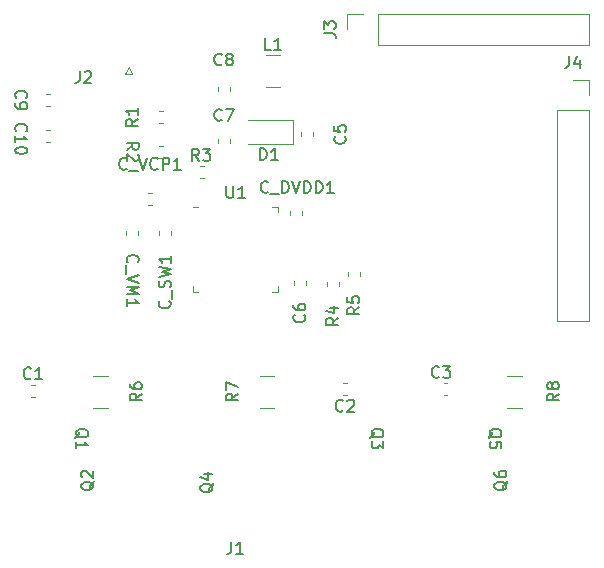
<source format=gbr>
G04 #@! TF.GenerationSoftware,KiCad,Pcbnew,(5.0.2)-1*
G04 #@! TF.CreationDate,2019-09-02T17:49:36+08:00*
G04 #@! TF.ProjectId,actuator,61637475-6174-46f7-922e-6b696361645f,rev?*
G04 #@! TF.SameCoordinates,Original*
G04 #@! TF.FileFunction,Legend,Top*
G04 #@! TF.FilePolarity,Positive*
%FSLAX46Y46*%
G04 Gerber Fmt 4.6, Leading zero omitted, Abs format (unit mm)*
G04 Created by KiCad (PCBNEW (5.0.2)-1) date 9/2/2019 5:49:36 PM*
%MOMM*%
%LPD*%
G01*
G04 APERTURE LIST*
%ADD10C,0.120000*%
%ADD11C,0.150000*%
G04 APERTURE END LIST*
D10*
G04 #@! TO.C,U1*
X133390324Y-67337535D02*
X132915324Y-67337535D01*
X140135324Y-74557535D02*
X140135324Y-74082535D01*
X139660324Y-74557535D02*
X140135324Y-74557535D01*
X132915324Y-74557535D02*
X132915324Y-74082535D01*
X133390324Y-74557535D02*
X132915324Y-74557535D01*
X140135324Y-67337535D02*
X140135324Y-67812535D01*
X139660324Y-67337535D02*
X140135324Y-67337535D01*
G04 #@! TO.C,C5*
X142111000Y-61376779D02*
X142111000Y-61051221D01*
X143131000Y-61376779D02*
X143131000Y-61051221D01*
G04 #@! TO.C,C6*
X141476000Y-73949779D02*
X141476000Y-73624221D01*
X142496000Y-73949779D02*
X142496000Y-73624221D01*
G04 #@! TO.C,C7*
X136042324Y-61951314D02*
X136042324Y-61625756D01*
X135022324Y-61951314D02*
X135022324Y-61625756D01*
G04 #@! TO.C,C8*
X136042324Y-57180756D02*
X136042324Y-57506314D01*
X135022324Y-57180756D02*
X135022324Y-57506314D01*
G04 #@! TO.C,D1*
X141415324Y-62026535D02*
X141415324Y-60026535D01*
X141415324Y-60026535D02*
X137565324Y-60026535D01*
X141415324Y-62026535D02*
X137565324Y-62026535D01*
G04 #@! TO.C,R1*
X130027057Y-59246535D02*
X130369591Y-59246535D01*
X130027057Y-60266535D02*
X130369591Y-60266535D01*
G04 #@! TO.C,R2*
X130383591Y-62167535D02*
X130041057Y-62167535D01*
X130383591Y-63187535D02*
X130041057Y-63187535D01*
G04 #@! TO.C,R3*
X133902267Y-63879000D02*
X133559733Y-63879000D01*
X133902267Y-64899000D02*
X133559733Y-64899000D01*
G04 #@! TO.C,R4*
X145290000Y-74085267D02*
X145290000Y-73742733D01*
X144270000Y-74085267D02*
X144270000Y-73742733D01*
G04 #@! TO.C,R5*
X147068000Y-73196267D02*
X147068000Y-72853733D01*
X146048000Y-73196267D02*
X146048000Y-72853733D01*
G04 #@! TO.C,R6*
X125697064Y-84360000D02*
X124492936Y-84360000D01*
X125697064Y-81640000D02*
X124492936Y-81640000D01*
G04 #@! TO.C,R7*
X138589936Y-84360000D02*
X139794064Y-84360000D01*
X138589936Y-81640000D02*
X139794064Y-81640000D01*
G04 #@! TO.C,R8*
X160749064Y-84360000D02*
X159544936Y-84360000D01*
X160749064Y-81640000D02*
X159544936Y-81640000D01*
G04 #@! TO.C,C9*
X120459531Y-58798797D02*
X120785089Y-58798797D01*
X120459531Y-57778797D02*
X120785089Y-57778797D01*
G04 #@! TO.C,C10*
X120459531Y-60826797D02*
X120785089Y-60826797D01*
X120459531Y-61846797D02*
X120785089Y-61846797D01*
G04 #@! TO.C,J2*
X127180310Y-56118797D02*
X127480310Y-55518797D01*
X127480310Y-55518797D02*
X127780310Y-56118797D01*
X127780310Y-56118797D02*
X127180310Y-56118797D01*
G04 #@! TO.C,C_DVDD1*
X141118324Y-68047314D02*
X141118324Y-67721756D01*
X142138324Y-68047314D02*
X142138324Y-67721756D01*
G04 #@! TO.C,C_SW1*
X130069324Y-69372756D02*
X130069324Y-69698314D01*
X131089324Y-69372756D02*
X131089324Y-69698314D01*
G04 #@! TO.C,C_VCP1*
X129448779Y-66165000D02*
X129123221Y-66165000D01*
X129448779Y-67185000D02*
X129123221Y-67185000D01*
G04 #@! TO.C,C_VM1*
X127275324Y-69698314D02*
X127275324Y-69372756D01*
X128295324Y-69698314D02*
X128295324Y-69372756D01*
G04 #@! TO.C,C1*
X119217221Y-83441000D02*
X119542779Y-83441000D01*
X119217221Y-82421000D02*
X119542779Y-82421000D01*
G04 #@! TO.C,C2*
X145958779Y-83314000D02*
X145633221Y-83314000D01*
X145958779Y-82294000D02*
X145633221Y-82294000D01*
G04 #@! TO.C,C3*
X154142221Y-82294000D02*
X154467779Y-82294000D01*
X154142221Y-83314000D02*
X154467779Y-83314000D01*
G04 #@! TO.C,J3*
X145990000Y-52324000D02*
X145990000Y-50994000D01*
X145990000Y-50994000D02*
X147320000Y-50994000D01*
X148590000Y-50994000D02*
X166430000Y-50994000D01*
X166430000Y-53654000D02*
X166430000Y-50994000D01*
X148590000Y-53654000D02*
X166430000Y-53654000D01*
X148590000Y-53654000D02*
X148590000Y-50994000D01*
G04 #@! TO.C,J4*
X163770000Y-59182000D02*
X166430000Y-59182000D01*
X163770000Y-59182000D02*
X163770000Y-77022000D01*
X163770000Y-77022000D02*
X166430000Y-77022000D01*
X166430000Y-59182000D02*
X166430000Y-77022000D01*
X166430000Y-56582000D02*
X166430000Y-57912000D01*
X165100000Y-56582000D02*
X166430000Y-56582000D01*
G04 #@! TO.C,L1*
X139097936Y-54520000D02*
X140302064Y-54520000D01*
X139097936Y-57240000D02*
X140302064Y-57240000D01*
G04 #@! TO.C,U1*
D11*
X135763419Y-65579915D02*
X135763419Y-66389439D01*
X135811038Y-66484677D01*
X135858657Y-66532296D01*
X135953895Y-66579915D01*
X136144371Y-66579915D01*
X136239609Y-66532296D01*
X136287228Y-66484677D01*
X136334847Y-66389439D01*
X136334847Y-65579915D01*
X137334847Y-66579915D02*
X136763419Y-66579915D01*
X137049133Y-66579915D02*
X137049133Y-65579915D01*
X136953895Y-65722773D01*
X136858657Y-65818011D01*
X136763419Y-65865630D01*
G04 #@! TO.C,J1*
X136172666Y-95707380D02*
X136172666Y-96421666D01*
X136125047Y-96564523D01*
X136029809Y-96659761D01*
X135886952Y-96707380D01*
X135791714Y-96707380D01*
X137172666Y-96707380D02*
X136601238Y-96707380D01*
X136886952Y-96707380D02*
X136886952Y-95707380D01*
X136791714Y-95850238D01*
X136696476Y-95945476D01*
X136601238Y-95993095D01*
G04 #@! TO.C,C5*
X145772142Y-61380666D02*
X145819761Y-61428285D01*
X145867380Y-61571142D01*
X145867380Y-61666380D01*
X145819761Y-61809238D01*
X145724523Y-61904476D01*
X145629285Y-61952095D01*
X145438809Y-61999714D01*
X145295952Y-61999714D01*
X145105476Y-61952095D01*
X145010238Y-61904476D01*
X144915000Y-61809238D01*
X144867380Y-61666380D01*
X144867380Y-61571142D01*
X144915000Y-61428285D01*
X144962619Y-61380666D01*
X144867380Y-60475904D02*
X144867380Y-60952095D01*
X145343571Y-60999714D01*
X145295952Y-60952095D01*
X145248333Y-60856857D01*
X145248333Y-60618761D01*
X145295952Y-60523523D01*
X145343571Y-60475904D01*
X145438809Y-60428285D01*
X145676904Y-60428285D01*
X145772142Y-60475904D01*
X145819761Y-60523523D01*
X145867380Y-60618761D01*
X145867380Y-60856857D01*
X145819761Y-60952095D01*
X145772142Y-60999714D01*
G04 #@! TO.C,C6*
X142343142Y-76493666D02*
X142390761Y-76541285D01*
X142438380Y-76684142D01*
X142438380Y-76779380D01*
X142390761Y-76922238D01*
X142295523Y-77017476D01*
X142200285Y-77065095D01*
X142009809Y-77112714D01*
X141866952Y-77112714D01*
X141676476Y-77065095D01*
X141581238Y-77017476D01*
X141486000Y-76922238D01*
X141438380Y-76779380D01*
X141438380Y-76684142D01*
X141486000Y-76541285D01*
X141533619Y-76493666D01*
X141438380Y-75636523D02*
X141438380Y-75827000D01*
X141486000Y-75922238D01*
X141533619Y-75969857D01*
X141676476Y-76065095D01*
X141866952Y-76112714D01*
X142247904Y-76112714D01*
X142343142Y-76065095D01*
X142390761Y-76017476D01*
X142438380Y-75922238D01*
X142438380Y-75731761D01*
X142390761Y-75636523D01*
X142343142Y-75588904D01*
X142247904Y-75541285D01*
X142009809Y-75541285D01*
X141914571Y-75588904D01*
X141866952Y-75636523D01*
X141819333Y-75731761D01*
X141819333Y-75922238D01*
X141866952Y-76017476D01*
X141914571Y-76065095D01*
X142009809Y-76112714D01*
G04 #@! TO.C,C7*
X135365657Y-59986677D02*
X135318038Y-60034296D01*
X135175181Y-60081915D01*
X135079943Y-60081915D01*
X134937085Y-60034296D01*
X134841847Y-59939058D01*
X134794228Y-59843820D01*
X134746609Y-59653344D01*
X134746609Y-59510487D01*
X134794228Y-59320011D01*
X134841847Y-59224773D01*
X134937085Y-59129535D01*
X135079943Y-59081915D01*
X135175181Y-59081915D01*
X135318038Y-59129535D01*
X135365657Y-59177154D01*
X135698990Y-59081915D02*
X136365657Y-59081915D01*
X135937085Y-60081915D01*
G04 #@! TO.C,C8*
X135365657Y-55287677D02*
X135318038Y-55335296D01*
X135175181Y-55382915D01*
X135079943Y-55382915D01*
X134937085Y-55335296D01*
X134841847Y-55240058D01*
X134794228Y-55144820D01*
X134746609Y-54954344D01*
X134746609Y-54811487D01*
X134794228Y-54621011D01*
X134841847Y-54525773D01*
X134937085Y-54430535D01*
X135079943Y-54382915D01*
X135175181Y-54382915D01*
X135318038Y-54430535D01*
X135365657Y-54478154D01*
X135937085Y-54811487D02*
X135841847Y-54763868D01*
X135794228Y-54716249D01*
X135746609Y-54621011D01*
X135746609Y-54573392D01*
X135794228Y-54478154D01*
X135841847Y-54430535D01*
X135937085Y-54382915D01*
X136127562Y-54382915D01*
X136222800Y-54430535D01*
X136270419Y-54478154D01*
X136318038Y-54573392D01*
X136318038Y-54621011D01*
X136270419Y-54716249D01*
X136222800Y-54763868D01*
X136127562Y-54811487D01*
X135937085Y-54811487D01*
X135841847Y-54859106D01*
X135794228Y-54906725D01*
X135746609Y-55001963D01*
X135746609Y-55192439D01*
X135794228Y-55287677D01*
X135841847Y-55335296D01*
X135937085Y-55382915D01*
X136127562Y-55382915D01*
X136222800Y-55335296D01*
X136270419Y-55287677D01*
X136318038Y-55192439D01*
X136318038Y-55001963D01*
X136270419Y-54906725D01*
X136222800Y-54859106D01*
X136127562Y-54811487D01*
G04 #@! TO.C,D1*
X138604228Y-63383915D02*
X138604228Y-62383915D01*
X138842324Y-62383915D01*
X138985181Y-62431535D01*
X139080419Y-62526773D01*
X139128038Y-62622011D01*
X139175657Y-62812487D01*
X139175657Y-62955344D01*
X139128038Y-63145820D01*
X139080419Y-63241058D01*
X138985181Y-63336296D01*
X138842324Y-63383915D01*
X138604228Y-63383915D01*
X140128038Y-63383915D02*
X139556609Y-63383915D01*
X139842324Y-63383915D02*
X139842324Y-62383915D01*
X139747085Y-62526773D01*
X139651847Y-62622011D01*
X139556609Y-62669630D01*
G04 #@! TO.C,R1*
X128237704Y-59923201D02*
X127761514Y-60256535D01*
X128237704Y-60494630D02*
X127237704Y-60494630D01*
X127237704Y-60113677D01*
X127285324Y-60018439D01*
X127332943Y-59970820D01*
X127428181Y-59923201D01*
X127571038Y-59923201D01*
X127666276Y-59970820D01*
X127713895Y-60018439D01*
X127761514Y-60113677D01*
X127761514Y-60494630D01*
X128237704Y-58970820D02*
X128237704Y-59542249D01*
X128237704Y-59256535D02*
X127237704Y-59256535D01*
X127380562Y-59351773D01*
X127475800Y-59447011D01*
X127523419Y-59542249D01*
G04 #@! TO.C,R2*
X127332943Y-62510868D02*
X127809133Y-62177535D01*
X127332943Y-61939439D02*
X128332943Y-61939439D01*
X128332943Y-62320392D01*
X128285324Y-62415630D01*
X128237704Y-62463249D01*
X128142466Y-62510868D01*
X127999609Y-62510868D01*
X127904371Y-62463249D01*
X127856752Y-62415630D01*
X127809133Y-62320392D01*
X127809133Y-61939439D01*
X128237704Y-62891820D02*
X128285324Y-62939439D01*
X128332943Y-63034677D01*
X128332943Y-63272773D01*
X128285324Y-63368011D01*
X128237704Y-63415630D01*
X128142466Y-63463249D01*
X128047228Y-63463249D01*
X127904371Y-63415630D01*
X127332943Y-62844201D01*
X127332943Y-63463249D01*
G04 #@! TO.C,R3*
X133437333Y-63444380D02*
X133104000Y-62968190D01*
X132865904Y-63444380D02*
X132865904Y-62444380D01*
X133246857Y-62444380D01*
X133342095Y-62492000D01*
X133389714Y-62539619D01*
X133437333Y-62634857D01*
X133437333Y-62777714D01*
X133389714Y-62872952D01*
X133342095Y-62920571D01*
X133246857Y-62968190D01*
X132865904Y-62968190D01*
X133770666Y-62444380D02*
X134389714Y-62444380D01*
X134056380Y-62825333D01*
X134199238Y-62825333D01*
X134294476Y-62872952D01*
X134342095Y-62920571D01*
X134389714Y-63015809D01*
X134389714Y-63253904D01*
X134342095Y-63349142D01*
X134294476Y-63396761D01*
X134199238Y-63444380D01*
X133913523Y-63444380D01*
X133818285Y-63396761D01*
X133770666Y-63349142D01*
G04 #@! TO.C,R4*
X145232380Y-76747666D02*
X144756190Y-77081000D01*
X145232380Y-77319095D02*
X144232380Y-77319095D01*
X144232380Y-76938142D01*
X144280000Y-76842904D01*
X144327619Y-76795285D01*
X144422857Y-76747666D01*
X144565714Y-76747666D01*
X144660952Y-76795285D01*
X144708571Y-76842904D01*
X144756190Y-76938142D01*
X144756190Y-77319095D01*
X144565714Y-75890523D02*
X145232380Y-75890523D01*
X144184761Y-76128619D02*
X144899047Y-76366714D01*
X144899047Y-75747666D01*
G04 #@! TO.C,R5*
X147010380Y-75858666D02*
X146534190Y-76192000D01*
X147010380Y-76430095D02*
X146010380Y-76430095D01*
X146010380Y-76049142D01*
X146058000Y-75953904D01*
X146105619Y-75906285D01*
X146200857Y-75858666D01*
X146343714Y-75858666D01*
X146438952Y-75906285D01*
X146486571Y-75953904D01*
X146534190Y-76049142D01*
X146534190Y-76430095D01*
X146010380Y-74953904D02*
X146010380Y-75430095D01*
X146486571Y-75477714D01*
X146438952Y-75430095D01*
X146391333Y-75334857D01*
X146391333Y-75096761D01*
X146438952Y-75001523D01*
X146486571Y-74953904D01*
X146581809Y-74906285D01*
X146819904Y-74906285D01*
X146915142Y-74953904D01*
X146962761Y-75001523D01*
X147010380Y-75096761D01*
X147010380Y-75334857D01*
X146962761Y-75430095D01*
X146915142Y-75477714D01*
G04 #@! TO.C,R6*
X128592380Y-83166666D02*
X128116190Y-83500000D01*
X128592380Y-83738095D02*
X127592380Y-83738095D01*
X127592380Y-83357142D01*
X127640000Y-83261904D01*
X127687619Y-83214285D01*
X127782857Y-83166666D01*
X127925714Y-83166666D01*
X128020952Y-83214285D01*
X128068571Y-83261904D01*
X128116190Y-83357142D01*
X128116190Y-83738095D01*
X127592380Y-82309523D02*
X127592380Y-82500000D01*
X127640000Y-82595238D01*
X127687619Y-82642857D01*
X127830476Y-82738095D01*
X128020952Y-82785714D01*
X128401904Y-82785714D01*
X128497142Y-82738095D01*
X128544761Y-82690476D01*
X128592380Y-82595238D01*
X128592380Y-82404761D01*
X128544761Y-82309523D01*
X128497142Y-82261904D01*
X128401904Y-82214285D01*
X128163809Y-82214285D01*
X128068571Y-82261904D01*
X128020952Y-82309523D01*
X127973333Y-82404761D01*
X127973333Y-82595238D01*
X128020952Y-82690476D01*
X128068571Y-82738095D01*
X128163809Y-82785714D01*
G04 #@! TO.C,R7*
X136723380Y-83166666D02*
X136247190Y-83500000D01*
X136723380Y-83738095D02*
X135723380Y-83738095D01*
X135723380Y-83357142D01*
X135771000Y-83261904D01*
X135818619Y-83214285D01*
X135913857Y-83166666D01*
X136056714Y-83166666D01*
X136151952Y-83214285D01*
X136199571Y-83261904D01*
X136247190Y-83357142D01*
X136247190Y-83738095D01*
X135723380Y-82833333D02*
X135723380Y-82166666D01*
X136723380Y-82595238D01*
G04 #@! TO.C,R8*
X163904380Y-83166666D02*
X163428190Y-83500000D01*
X163904380Y-83738095D02*
X162904380Y-83738095D01*
X162904380Y-83357142D01*
X162952000Y-83261904D01*
X162999619Y-83214285D01*
X163094857Y-83166666D01*
X163237714Y-83166666D01*
X163332952Y-83214285D01*
X163380571Y-83261904D01*
X163428190Y-83357142D01*
X163428190Y-83738095D01*
X163332952Y-82595238D02*
X163285333Y-82690476D01*
X163237714Y-82738095D01*
X163142476Y-82785714D01*
X163094857Y-82785714D01*
X162999619Y-82738095D01*
X162952000Y-82690476D01*
X162904380Y-82595238D01*
X162904380Y-82404761D01*
X162952000Y-82309523D01*
X162999619Y-82261904D01*
X163094857Y-82214285D01*
X163142476Y-82214285D01*
X163237714Y-82261904D01*
X163285333Y-82309523D01*
X163332952Y-82404761D01*
X163332952Y-82595238D01*
X163380571Y-82690476D01*
X163428190Y-82738095D01*
X163523428Y-82785714D01*
X163713904Y-82785714D01*
X163809142Y-82738095D01*
X163856761Y-82690476D01*
X163904380Y-82595238D01*
X163904380Y-82404761D01*
X163856761Y-82309523D01*
X163809142Y-82261904D01*
X163713904Y-82214285D01*
X163523428Y-82214285D01*
X163428190Y-82261904D01*
X163380571Y-82309523D01*
X163332952Y-82404761D01*
G04 #@! TO.C,Q1*
X122952380Y-86904761D02*
X123000000Y-86809523D01*
X123095238Y-86714285D01*
X123238095Y-86571428D01*
X123285714Y-86476190D01*
X123285714Y-86380952D01*
X123047619Y-86428571D02*
X123095238Y-86333333D01*
X123190476Y-86238095D01*
X123380952Y-86190476D01*
X123714285Y-86190476D01*
X123904761Y-86238095D01*
X124000000Y-86333333D01*
X124047619Y-86428571D01*
X124047619Y-86619047D01*
X124000000Y-86714285D01*
X123904761Y-86809523D01*
X123714285Y-86857142D01*
X123380952Y-86857142D01*
X123190476Y-86809523D01*
X123095238Y-86714285D01*
X123047619Y-86619047D01*
X123047619Y-86428571D01*
X123047619Y-87809523D02*
X123047619Y-87238095D01*
X123047619Y-87523809D02*
X124047619Y-87523809D01*
X123904761Y-87428571D01*
X123809523Y-87333333D01*
X123761904Y-87238095D01*
G04 #@! TO.C,Q2*
X124547619Y-90595238D02*
X124500000Y-90690476D01*
X124404761Y-90785714D01*
X124261904Y-90928571D01*
X124214285Y-91023809D01*
X124214285Y-91119047D01*
X124452380Y-91071428D02*
X124404761Y-91166666D01*
X124309523Y-91261904D01*
X124119047Y-91309523D01*
X123785714Y-91309523D01*
X123595238Y-91261904D01*
X123500000Y-91166666D01*
X123452380Y-91071428D01*
X123452380Y-90880952D01*
X123500000Y-90785714D01*
X123595238Y-90690476D01*
X123785714Y-90642857D01*
X124119047Y-90642857D01*
X124309523Y-90690476D01*
X124404761Y-90785714D01*
X124452380Y-90880952D01*
X124452380Y-91071428D01*
X123547619Y-90261904D02*
X123500000Y-90214285D01*
X123452380Y-90119047D01*
X123452380Y-89880952D01*
X123500000Y-89785714D01*
X123547619Y-89738095D01*
X123642857Y-89690476D01*
X123738095Y-89690476D01*
X123880952Y-89738095D01*
X124452380Y-90309523D01*
X124452380Y-89690476D01*
G04 #@! TO.C,Q3*
X147952380Y-86904761D02*
X148000000Y-86809523D01*
X148095238Y-86714285D01*
X148238095Y-86571428D01*
X148285714Y-86476190D01*
X148285714Y-86380952D01*
X148047619Y-86428571D02*
X148095238Y-86333333D01*
X148190476Y-86238095D01*
X148380952Y-86190476D01*
X148714285Y-86190476D01*
X148904761Y-86238095D01*
X149000000Y-86333333D01*
X149047619Y-86428571D01*
X149047619Y-86619047D01*
X149000000Y-86714285D01*
X148904761Y-86809523D01*
X148714285Y-86857142D01*
X148380952Y-86857142D01*
X148190476Y-86809523D01*
X148095238Y-86714285D01*
X148047619Y-86619047D01*
X148047619Y-86428571D01*
X149047619Y-87190476D02*
X149047619Y-87809523D01*
X148666666Y-87476190D01*
X148666666Y-87619047D01*
X148619047Y-87714285D01*
X148571428Y-87761904D01*
X148476190Y-87809523D01*
X148238095Y-87809523D01*
X148142857Y-87761904D01*
X148095238Y-87714285D01*
X148047619Y-87619047D01*
X148047619Y-87333333D01*
X148095238Y-87238095D01*
X148142857Y-87190476D01*
G04 #@! TO.C,Q4*
X134659619Y-90773238D02*
X134612000Y-90868476D01*
X134516761Y-90963714D01*
X134373904Y-91106571D01*
X134326285Y-91201809D01*
X134326285Y-91297047D01*
X134564380Y-91249428D02*
X134516761Y-91344666D01*
X134421523Y-91439904D01*
X134231047Y-91487523D01*
X133897714Y-91487523D01*
X133707238Y-91439904D01*
X133612000Y-91344666D01*
X133564380Y-91249428D01*
X133564380Y-91058952D01*
X133612000Y-90963714D01*
X133707238Y-90868476D01*
X133897714Y-90820857D01*
X134231047Y-90820857D01*
X134421523Y-90868476D01*
X134516761Y-90963714D01*
X134564380Y-91058952D01*
X134564380Y-91249428D01*
X133897714Y-89963714D02*
X134564380Y-89963714D01*
X133516761Y-90201809D02*
X134231047Y-90439904D01*
X134231047Y-89820857D01*
G04 #@! TO.C,Q5*
X157952380Y-86904761D02*
X158000000Y-86809523D01*
X158095238Y-86714285D01*
X158238095Y-86571428D01*
X158285714Y-86476190D01*
X158285714Y-86380952D01*
X158047619Y-86428571D02*
X158095238Y-86333333D01*
X158190476Y-86238095D01*
X158380952Y-86190476D01*
X158714285Y-86190476D01*
X158904761Y-86238095D01*
X159000000Y-86333333D01*
X159047619Y-86428571D01*
X159047619Y-86619047D01*
X159000000Y-86714285D01*
X158904761Y-86809523D01*
X158714285Y-86857142D01*
X158380952Y-86857142D01*
X158190476Y-86809523D01*
X158095238Y-86714285D01*
X158047619Y-86619047D01*
X158047619Y-86428571D01*
X159047619Y-87761904D02*
X159047619Y-87285714D01*
X158571428Y-87238095D01*
X158619047Y-87285714D01*
X158666666Y-87380952D01*
X158666666Y-87619047D01*
X158619047Y-87714285D01*
X158571428Y-87761904D01*
X158476190Y-87809523D01*
X158238095Y-87809523D01*
X158142857Y-87761904D01*
X158095238Y-87714285D01*
X158047619Y-87619047D01*
X158047619Y-87380952D01*
X158095238Y-87285714D01*
X158142857Y-87238095D01*
G04 #@! TO.C,Q6*
X159547619Y-90595238D02*
X159500000Y-90690476D01*
X159404761Y-90785714D01*
X159261904Y-90928571D01*
X159214285Y-91023809D01*
X159214285Y-91119047D01*
X159452380Y-91071428D02*
X159404761Y-91166666D01*
X159309523Y-91261904D01*
X159119047Y-91309523D01*
X158785714Y-91309523D01*
X158595238Y-91261904D01*
X158500000Y-91166666D01*
X158452380Y-91071428D01*
X158452380Y-90880952D01*
X158500000Y-90785714D01*
X158595238Y-90690476D01*
X158785714Y-90642857D01*
X159119047Y-90642857D01*
X159309523Y-90690476D01*
X159404761Y-90785714D01*
X159452380Y-90880952D01*
X159452380Y-91071428D01*
X158452380Y-89785714D02*
X158452380Y-89976190D01*
X158500000Y-90071428D01*
X158547619Y-90119047D01*
X158690476Y-90214285D01*
X158880952Y-90261904D01*
X159261904Y-90261904D01*
X159357142Y-90214285D01*
X159404761Y-90166666D01*
X159452380Y-90071428D01*
X159452380Y-89880952D01*
X159404761Y-89785714D01*
X159357142Y-89738095D01*
X159261904Y-89690476D01*
X159023809Y-89690476D01*
X158928571Y-89738095D01*
X158880952Y-89785714D01*
X158833333Y-89880952D01*
X158833333Y-90071428D01*
X158880952Y-90166666D01*
X158928571Y-90214285D01*
X159023809Y-90261904D01*
G04 #@! TO.C,C9*
X117979167Y-58122130D02*
X117931548Y-58074511D01*
X117883929Y-57931654D01*
X117883929Y-57836416D01*
X117931548Y-57693558D01*
X118026786Y-57598320D01*
X118122024Y-57550701D01*
X118312500Y-57503082D01*
X118455357Y-57503082D01*
X118645833Y-57550701D01*
X118741071Y-57598320D01*
X118836310Y-57693558D01*
X118883929Y-57836416D01*
X118883929Y-57931654D01*
X118836310Y-58074511D01*
X118788690Y-58122130D01*
X117883929Y-58598320D02*
X117883929Y-58788797D01*
X117931548Y-58884035D01*
X117979167Y-58931654D01*
X118122024Y-59026892D01*
X118312500Y-59074511D01*
X118693452Y-59074511D01*
X118788690Y-59026892D01*
X118836310Y-58979273D01*
X118883929Y-58884035D01*
X118883929Y-58693558D01*
X118836310Y-58598320D01*
X118788690Y-58550701D01*
X118693452Y-58503082D01*
X118455357Y-58503082D01*
X118360119Y-58550701D01*
X118312500Y-58598320D01*
X118264881Y-58693558D01*
X118264881Y-58884035D01*
X118312500Y-58979273D01*
X118360119Y-59026892D01*
X118455357Y-59074511D01*
G04 #@! TO.C,C10*
X117979167Y-60947939D02*
X117931548Y-60900320D01*
X117883929Y-60757463D01*
X117883929Y-60662225D01*
X117931548Y-60519368D01*
X118026786Y-60424130D01*
X118122024Y-60376511D01*
X118312500Y-60328892D01*
X118455357Y-60328892D01*
X118645833Y-60376511D01*
X118741071Y-60424130D01*
X118836310Y-60519368D01*
X118883929Y-60662225D01*
X118883929Y-60757463D01*
X118836310Y-60900320D01*
X118788690Y-60947939D01*
X117883929Y-61900320D02*
X117883929Y-61328892D01*
X117883929Y-61614606D02*
X118883929Y-61614606D01*
X118741071Y-61519368D01*
X118645833Y-61424130D01*
X118598214Y-61328892D01*
X118883929Y-62519368D02*
X118883929Y-62614606D01*
X118836310Y-62709844D01*
X118788690Y-62757463D01*
X118693452Y-62805082D01*
X118502976Y-62852701D01*
X118264881Y-62852701D01*
X118074405Y-62805082D01*
X117979167Y-62757463D01*
X117931548Y-62709844D01*
X117883929Y-62614606D01*
X117883929Y-62519368D01*
X117931548Y-62424130D01*
X117979167Y-62376511D01*
X118074405Y-62328892D01*
X118264881Y-62281273D01*
X118502976Y-62281273D01*
X118693452Y-62328892D01*
X118788690Y-62376511D01*
X118836310Y-62424130D01*
X118883929Y-62519368D01*
G04 #@! TO.C,J2*
X123336976Y-55861177D02*
X123336976Y-56575463D01*
X123289357Y-56718320D01*
X123194119Y-56813558D01*
X123051262Y-56861177D01*
X122956024Y-56861177D01*
X123765548Y-55956416D02*
X123813167Y-55908797D01*
X123908405Y-55861177D01*
X124146500Y-55861177D01*
X124241738Y-55908797D01*
X124289357Y-55956416D01*
X124336976Y-56051654D01*
X124336976Y-56146892D01*
X124289357Y-56289749D01*
X123717929Y-56861177D01*
X124336976Y-56861177D01*
G04 #@! TO.C,C_DVDD1*
X139279133Y-66082677D02*
X139231514Y-66130296D01*
X139088657Y-66177915D01*
X138993419Y-66177915D01*
X138850562Y-66130296D01*
X138755324Y-66035058D01*
X138707704Y-65939820D01*
X138660085Y-65749344D01*
X138660085Y-65606487D01*
X138707704Y-65416011D01*
X138755324Y-65320773D01*
X138850562Y-65225535D01*
X138993419Y-65177915D01*
X139088657Y-65177915D01*
X139231514Y-65225535D01*
X139279133Y-65273154D01*
X139469609Y-66273154D02*
X140231514Y-66273154D01*
X140469609Y-66177915D02*
X140469609Y-65177915D01*
X140707704Y-65177915D01*
X140850562Y-65225535D01*
X140945800Y-65320773D01*
X140993419Y-65416011D01*
X141041038Y-65606487D01*
X141041038Y-65749344D01*
X140993419Y-65939820D01*
X140945800Y-66035058D01*
X140850562Y-66130296D01*
X140707704Y-66177915D01*
X140469609Y-66177915D01*
X141326752Y-65177915D02*
X141660085Y-66177915D01*
X141993419Y-65177915D01*
X142326752Y-66177915D02*
X142326752Y-65177915D01*
X142564847Y-65177915D01*
X142707704Y-65225535D01*
X142802943Y-65320773D01*
X142850562Y-65416011D01*
X142898181Y-65606487D01*
X142898181Y-65749344D01*
X142850562Y-65939820D01*
X142802943Y-66035058D01*
X142707704Y-66130296D01*
X142564847Y-66177915D01*
X142326752Y-66177915D01*
X143326752Y-66177915D02*
X143326752Y-65177915D01*
X143564847Y-65177915D01*
X143707704Y-65225535D01*
X143802943Y-65320773D01*
X143850562Y-65416011D01*
X143898181Y-65606487D01*
X143898181Y-65749344D01*
X143850562Y-65939820D01*
X143802943Y-66035058D01*
X143707704Y-66130296D01*
X143564847Y-66177915D01*
X143326752Y-66177915D01*
X144850562Y-66177915D02*
X144279133Y-66177915D01*
X144564847Y-66177915D02*
X144564847Y-65177915D01*
X144469609Y-65320773D01*
X144374371Y-65416011D01*
X144279133Y-65463630D01*
G04 #@! TO.C,C_SW1*
X130936466Y-75321773D02*
X130984085Y-75369392D01*
X131031704Y-75512249D01*
X131031704Y-75607487D01*
X130984085Y-75750344D01*
X130888847Y-75845582D01*
X130793609Y-75893201D01*
X130603133Y-75940820D01*
X130460276Y-75940820D01*
X130269800Y-75893201D01*
X130174562Y-75845582D01*
X130079324Y-75750344D01*
X130031704Y-75607487D01*
X130031704Y-75512249D01*
X130079324Y-75369392D01*
X130126943Y-75321773D01*
X131126943Y-75131296D02*
X131126943Y-74369392D01*
X130984085Y-74178915D02*
X131031704Y-74036058D01*
X131031704Y-73797963D01*
X130984085Y-73702725D01*
X130936466Y-73655106D01*
X130841228Y-73607487D01*
X130745990Y-73607487D01*
X130650752Y-73655106D01*
X130603133Y-73702725D01*
X130555514Y-73797963D01*
X130507895Y-73988439D01*
X130460276Y-74083677D01*
X130412657Y-74131296D01*
X130317419Y-74178915D01*
X130222181Y-74178915D01*
X130126943Y-74131296D01*
X130079324Y-74083677D01*
X130031704Y-73988439D01*
X130031704Y-73750344D01*
X130079324Y-73607487D01*
X130031704Y-73274154D02*
X131031704Y-73036058D01*
X130317419Y-72845582D01*
X131031704Y-72655106D01*
X130031704Y-72417011D01*
X131031704Y-71512249D02*
X131031704Y-72083677D01*
X131031704Y-71797963D02*
X130031704Y-71797963D01*
X130174562Y-71893201D01*
X130269800Y-71988439D01*
X130317419Y-72083677D01*
G04 #@! TO.C,C_VCP1*
X127309809Y-64111142D02*
X127262190Y-64158761D01*
X127119333Y-64206380D01*
X127024095Y-64206380D01*
X126881238Y-64158761D01*
X126786000Y-64063523D01*
X126738380Y-63968285D01*
X126690761Y-63777809D01*
X126690761Y-63634952D01*
X126738380Y-63444476D01*
X126786000Y-63349238D01*
X126881238Y-63254000D01*
X127024095Y-63206380D01*
X127119333Y-63206380D01*
X127262190Y-63254000D01*
X127309809Y-63301619D01*
X127500285Y-64301619D02*
X128262190Y-64301619D01*
X128357428Y-63206380D02*
X128690761Y-64206380D01*
X129024095Y-63206380D01*
X129928857Y-64111142D02*
X129881238Y-64158761D01*
X129738380Y-64206380D01*
X129643142Y-64206380D01*
X129500285Y-64158761D01*
X129405047Y-64063523D01*
X129357428Y-63968285D01*
X129309809Y-63777809D01*
X129309809Y-63634952D01*
X129357428Y-63444476D01*
X129405047Y-63349238D01*
X129500285Y-63254000D01*
X129643142Y-63206380D01*
X129738380Y-63206380D01*
X129881238Y-63254000D01*
X129928857Y-63301619D01*
X130357428Y-64206380D02*
X130357428Y-63206380D01*
X130738380Y-63206380D01*
X130833619Y-63254000D01*
X130881238Y-63301619D01*
X130928857Y-63396857D01*
X130928857Y-63539714D01*
X130881238Y-63634952D01*
X130833619Y-63682571D01*
X130738380Y-63730190D01*
X130357428Y-63730190D01*
X131881238Y-64206380D02*
X131309809Y-64206380D01*
X131595523Y-64206380D02*
X131595523Y-63206380D01*
X131500285Y-63349238D01*
X131405047Y-63444476D01*
X131309809Y-63492095D01*
G04 #@! TO.C,C_VM1*
X127428181Y-72051915D02*
X127380562Y-72004296D01*
X127332943Y-71861439D01*
X127332943Y-71766201D01*
X127380562Y-71623344D01*
X127475800Y-71528106D01*
X127571038Y-71480487D01*
X127761514Y-71432868D01*
X127904371Y-71432868D01*
X128094847Y-71480487D01*
X128190085Y-71528106D01*
X128285324Y-71623344D01*
X128332943Y-71766201D01*
X128332943Y-71861439D01*
X128285324Y-72004296D01*
X128237704Y-72051915D01*
X127237704Y-72242392D02*
X127237704Y-73004296D01*
X128332943Y-73099535D02*
X127332943Y-73432868D01*
X128332943Y-73766201D01*
X127332943Y-74099535D02*
X128332943Y-74099535D01*
X127618657Y-74432868D01*
X128332943Y-74766201D01*
X127332943Y-74766201D01*
X127332943Y-75766201D02*
X127332943Y-75194773D01*
X127332943Y-75480487D02*
X128332943Y-75480487D01*
X128190085Y-75385249D01*
X128094847Y-75290011D01*
X128047228Y-75194773D01*
G04 #@! TO.C,C1*
X119213333Y-81858142D02*
X119165714Y-81905761D01*
X119022857Y-81953380D01*
X118927619Y-81953380D01*
X118784761Y-81905761D01*
X118689523Y-81810523D01*
X118641904Y-81715285D01*
X118594285Y-81524809D01*
X118594285Y-81381952D01*
X118641904Y-81191476D01*
X118689523Y-81096238D01*
X118784761Y-81001000D01*
X118927619Y-80953380D01*
X119022857Y-80953380D01*
X119165714Y-81001000D01*
X119213333Y-81048619D01*
X120165714Y-81953380D02*
X119594285Y-81953380D01*
X119880000Y-81953380D02*
X119880000Y-80953380D01*
X119784761Y-81096238D01*
X119689523Y-81191476D01*
X119594285Y-81239095D01*
G04 #@! TO.C,C2*
X145629333Y-84591142D02*
X145581714Y-84638761D01*
X145438857Y-84686380D01*
X145343619Y-84686380D01*
X145200761Y-84638761D01*
X145105523Y-84543523D01*
X145057904Y-84448285D01*
X145010285Y-84257809D01*
X145010285Y-84114952D01*
X145057904Y-83924476D01*
X145105523Y-83829238D01*
X145200761Y-83734000D01*
X145343619Y-83686380D01*
X145438857Y-83686380D01*
X145581714Y-83734000D01*
X145629333Y-83781619D01*
X146010285Y-83781619D02*
X146057904Y-83734000D01*
X146153142Y-83686380D01*
X146391238Y-83686380D01*
X146486476Y-83734000D01*
X146534095Y-83781619D01*
X146581714Y-83876857D01*
X146581714Y-83972095D01*
X146534095Y-84114952D01*
X145962666Y-84686380D01*
X146581714Y-84686380D01*
G04 #@! TO.C,C3*
X153757333Y-81731142D02*
X153709714Y-81778761D01*
X153566857Y-81826380D01*
X153471619Y-81826380D01*
X153328761Y-81778761D01*
X153233523Y-81683523D01*
X153185904Y-81588285D01*
X153138285Y-81397809D01*
X153138285Y-81254952D01*
X153185904Y-81064476D01*
X153233523Y-80969238D01*
X153328761Y-80874000D01*
X153471619Y-80826380D01*
X153566857Y-80826380D01*
X153709714Y-80874000D01*
X153757333Y-80921619D01*
X154090666Y-80826380D02*
X154709714Y-80826380D01*
X154376380Y-81207333D01*
X154519238Y-81207333D01*
X154614476Y-81254952D01*
X154662095Y-81302571D01*
X154709714Y-81397809D01*
X154709714Y-81635904D01*
X154662095Y-81731142D01*
X154614476Y-81778761D01*
X154519238Y-81826380D01*
X154233523Y-81826380D01*
X154138285Y-81778761D01*
X154090666Y-81731142D01*
G04 #@! TO.C,J3*
X144002380Y-52657333D02*
X144716666Y-52657333D01*
X144859523Y-52704952D01*
X144954761Y-52800190D01*
X145002380Y-52943047D01*
X145002380Y-53038285D01*
X144002380Y-52276380D02*
X144002380Y-51657333D01*
X144383333Y-51990666D01*
X144383333Y-51847809D01*
X144430952Y-51752571D01*
X144478571Y-51704952D01*
X144573809Y-51657333D01*
X144811904Y-51657333D01*
X144907142Y-51704952D01*
X144954761Y-51752571D01*
X145002380Y-51847809D01*
X145002380Y-52133523D01*
X144954761Y-52228761D01*
X144907142Y-52276380D01*
G04 #@! TO.C,J4*
X164766666Y-54594380D02*
X164766666Y-55308666D01*
X164719047Y-55451523D01*
X164623809Y-55546761D01*
X164480952Y-55594380D01*
X164385714Y-55594380D01*
X165671428Y-54927714D02*
X165671428Y-55594380D01*
X165433333Y-54546761D02*
X165195238Y-55261047D01*
X165814285Y-55261047D01*
G04 #@! TO.C,L1*
X139533333Y-54052380D02*
X139057142Y-54052380D01*
X139057142Y-53052380D01*
X140390476Y-54052380D02*
X139819047Y-54052380D01*
X140104761Y-54052380D02*
X140104761Y-53052380D01*
X140009523Y-53195238D01*
X139914285Y-53290476D01*
X139819047Y-53338095D01*
G04 #@! TD*
M02*

</source>
